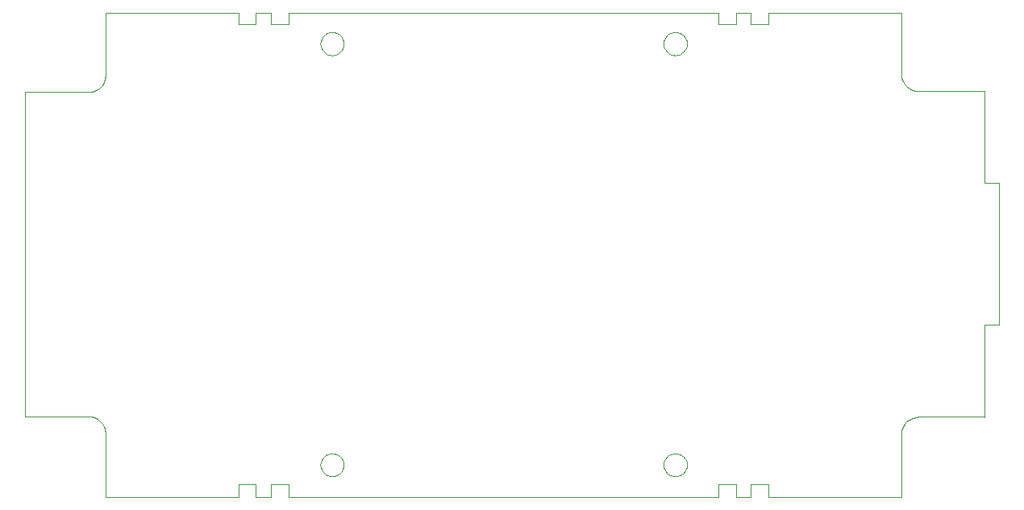
<source format=gbr>
%TF.GenerationSoftware,KiCad,Pcbnew,(2015-12-30 BZR 6409)-product*%
%TF.CreationDate,2016-01-04T10:30:51+01:00*%
%TF.ProjectId,gp8-clock,6770382D636C6F636B2E6B696361645F,rev?*%
%TF.FileFunction,Profile,NP*%
%FSLAX46Y46*%
G04 Gerber Fmt 4.6, Leading zero omitted, Abs format (unit mm)*
G04 Created by KiCad (PCBNEW (2015-12-30 BZR 6409)-product) date pon, 4 sty 2016, 10:30:51*
%MOMM*%
G01*
G04 APERTURE LIST*
%ADD10C,0.100000*%
G04 APERTURE END LIST*
D10*
X202300000Y-119500000D02*
X202300000Y-119600000D01*
X203800000Y-95000000D02*
X203800000Y-109900000D01*
X202300000Y-109900000D02*
X203800000Y-109900000D01*
X202300000Y-95000000D02*
X203800000Y-95000000D01*
X202300000Y-109900000D02*
X202300000Y-119500000D01*
X202300000Y-85400000D02*
X202300000Y-95000000D01*
X171003462Y-124626561D02*
X171003462Y-124626561D01*
X170978767Y-124381479D02*
X171003462Y-124626561D01*
X170907907Y-124153210D02*
X170978767Y-124381479D01*
X170795785Y-123946643D02*
X170907907Y-124153210D01*
X170647291Y-123766667D02*
X170795785Y-123946643D01*
X170467315Y-123618173D02*
X170647291Y-123766667D01*
X170260749Y-123506051D02*
X170467315Y-123618173D01*
X170032479Y-123435191D02*
X170260749Y-123506051D01*
X169787397Y-123410497D02*
X170032479Y-123435191D01*
X169542315Y-123435191D02*
X169787397Y-123410497D01*
X169314045Y-123506049D02*
X169542315Y-123435191D01*
X169107476Y-123618170D02*
X169314045Y-123506049D01*
X168927500Y-123766664D02*
X169107476Y-123618170D01*
X168779006Y-123946640D02*
X168927500Y-123766664D01*
X168666884Y-124153210D02*
X168779006Y-123946640D01*
X168596024Y-124381479D02*
X168666884Y-124153210D01*
X168571330Y-124626561D02*
X168596024Y-124381479D01*
X168596024Y-124871643D02*
X168571330Y-124626561D01*
X168666884Y-125099913D02*
X168596024Y-124871643D01*
X168779006Y-125306482D02*
X168666884Y-125099913D01*
X168927500Y-125486458D02*
X168779006Y-125306482D01*
X169107476Y-125634950D02*
X168927500Y-125486458D01*
X169314045Y-125747071D02*
X169107476Y-125634950D01*
X169542315Y-125817931D02*
X169314045Y-125747071D01*
X169787397Y-125842626D02*
X169542315Y-125817931D01*
X170032479Y-125817931D02*
X169787397Y-125842626D01*
X170260749Y-125747071D02*
X170032479Y-125817931D01*
X170467315Y-125634950D02*
X170260749Y-125747071D01*
X170647291Y-125486456D02*
X170467315Y-125634950D01*
X170795785Y-125306480D02*
X170647291Y-125486456D01*
X170907907Y-125099913D02*
X170795785Y-125306480D01*
X170978767Y-124871643D02*
X170907907Y-125099913D01*
X171003462Y-124626561D02*
X170978767Y-124871643D01*
X134969735Y-124626561D02*
X134969735Y-124626561D01*
X134945040Y-124381479D02*
X134969735Y-124626561D01*
X134874180Y-124153210D02*
X134945040Y-124381479D01*
X134762059Y-123946643D02*
X134874180Y-124153210D01*
X134613564Y-123766667D02*
X134762059Y-123946643D01*
X134433589Y-123618173D02*
X134613564Y-123766667D01*
X134227022Y-123506051D02*
X134433589Y-123618173D01*
X133998752Y-123435191D02*
X134227022Y-123506051D01*
X133753670Y-123410497D02*
X133998752Y-123435191D01*
X133508588Y-123435191D02*
X133753670Y-123410497D01*
X133280318Y-123506051D02*
X133508588Y-123435191D01*
X133073752Y-123618173D02*
X133280318Y-123506051D01*
X132893776Y-123766667D02*
X133073752Y-123618173D01*
X132745282Y-123946643D02*
X132893776Y-123766667D01*
X132633160Y-124153210D02*
X132745282Y-123946643D01*
X132562300Y-124381479D02*
X132633160Y-124153210D01*
X132537606Y-124626561D02*
X132562300Y-124381479D01*
X132562300Y-124871643D02*
X132537606Y-124626561D01*
X132633160Y-125099913D02*
X132562300Y-124871643D01*
X132745282Y-125306480D02*
X132633160Y-125099913D01*
X132893776Y-125486456D02*
X132745282Y-125306480D01*
X133073752Y-125634950D02*
X132893776Y-125486456D01*
X133280318Y-125747071D02*
X133073752Y-125634950D01*
X133508588Y-125817931D02*
X133280318Y-125747071D01*
X133753670Y-125842626D02*
X133508588Y-125817931D01*
X133998752Y-125817931D02*
X133753670Y-125842626D01*
X134227022Y-125747071D02*
X133998752Y-125817931D01*
X134433589Y-125634950D02*
X134227022Y-125747071D01*
X134613564Y-125486456D02*
X134433589Y-125634950D01*
X134762059Y-125306480D02*
X134613564Y-125486456D01*
X134874180Y-125099913D02*
X134762059Y-125306480D01*
X134945040Y-124871643D02*
X134874180Y-125099913D01*
X134969735Y-124626561D02*
X134945040Y-124871643D01*
X171003462Y-80378141D02*
X171003462Y-80378141D01*
X170978767Y-80133059D02*
X171003462Y-80378141D01*
X170907907Y-79904790D02*
X170978767Y-80133059D01*
X170795785Y-79698223D02*
X170907907Y-79904790D01*
X170647291Y-79518247D02*
X170795785Y-79698223D01*
X170467315Y-79369753D02*
X170647291Y-79518247D01*
X170260749Y-79257632D02*
X170467315Y-79369753D01*
X170032479Y-79186771D02*
X170260749Y-79257632D01*
X169787397Y-79162077D02*
X170032479Y-79186771D01*
X169542315Y-79186771D02*
X169787397Y-79162077D01*
X169314045Y-79257629D02*
X169542315Y-79186771D01*
X169107476Y-79369750D02*
X169314045Y-79257629D01*
X168927500Y-79518244D02*
X169107476Y-79369750D01*
X168779006Y-79698220D02*
X168927500Y-79518244D01*
X168666884Y-79904790D02*
X168779006Y-79698220D01*
X168596024Y-80133059D02*
X168666884Y-79904790D01*
X168571330Y-80378141D02*
X168596024Y-80133059D01*
X168596024Y-80623223D02*
X168571330Y-80378141D01*
X168666884Y-80851493D02*
X168596024Y-80623223D01*
X168779006Y-81058063D02*
X168666884Y-80851493D01*
X168927500Y-81238038D02*
X168779006Y-81058063D01*
X169107476Y-81386530D02*
X168927500Y-81238038D01*
X169314045Y-81498651D02*
X169107476Y-81386530D01*
X169542315Y-81569511D02*
X169314045Y-81498651D01*
X169787397Y-81594206D02*
X169542315Y-81569511D01*
X170032479Y-81569511D02*
X169787397Y-81594206D01*
X170260749Y-81498651D02*
X170032479Y-81569511D01*
X170467315Y-81386530D02*
X170260749Y-81498651D01*
X170647291Y-81238036D02*
X170467315Y-81386530D01*
X170795785Y-81058060D02*
X170647291Y-81238036D01*
X170907907Y-80851493D02*
X170795785Y-81058060D01*
X170978767Y-80623223D02*
X170907907Y-80851493D01*
X171003462Y-80378141D02*
X170978767Y-80623223D01*
X134969735Y-80378141D02*
X134969735Y-80378141D01*
X134945040Y-80133059D02*
X134969735Y-80378141D01*
X134874180Y-79904790D02*
X134945040Y-80133059D01*
X134762059Y-79698223D02*
X134874180Y-79904790D01*
X134613564Y-79518247D02*
X134762059Y-79698223D01*
X134433589Y-79369753D02*
X134613564Y-79518247D01*
X134227022Y-79257632D02*
X134433589Y-79369753D01*
X133998752Y-79186771D02*
X134227022Y-79257632D01*
X133753670Y-79162077D02*
X133998752Y-79186771D01*
X133508588Y-79186771D02*
X133753670Y-79162077D01*
X133280318Y-79257632D02*
X133508588Y-79186771D01*
X133073752Y-79369753D02*
X133280318Y-79257632D01*
X132893776Y-79518247D02*
X133073752Y-79369753D01*
X132745282Y-79698223D02*
X132893776Y-79518247D01*
X132633160Y-79904790D02*
X132745282Y-79698223D01*
X132562300Y-80133059D02*
X132633160Y-79904790D01*
X132537606Y-80378141D02*
X132562300Y-80133059D01*
X132562300Y-80623223D02*
X132537606Y-80378141D01*
X132633160Y-80851493D02*
X132562300Y-80623223D01*
X132745282Y-81058060D02*
X132633160Y-80851493D01*
X132893776Y-81238036D02*
X132745282Y-81058060D01*
X133073752Y-81386530D02*
X132893776Y-81238036D01*
X133280318Y-81498651D02*
X133073752Y-81386530D01*
X133508588Y-81569511D02*
X133280318Y-81498651D01*
X133753670Y-81594206D02*
X133508588Y-81569511D01*
X133998752Y-81569511D02*
X133753670Y-81594206D01*
X134227022Y-81498651D02*
X133998752Y-81569511D01*
X134433589Y-81386530D02*
X134227022Y-81498651D01*
X134613564Y-81238036D02*
X134433589Y-81386530D01*
X134762059Y-81058060D02*
X134613564Y-81238036D01*
X134874180Y-80851493D02*
X134762059Y-81058060D01*
X134945040Y-80623223D02*
X134874180Y-80851493D01*
X134969735Y-80378141D02*
X134945040Y-80623223D01*
X109965410Y-77101934D02*
X109965410Y-77101934D01*
X123937064Y-77101934D02*
X109965410Y-77101934D01*
X123937064Y-78319017D02*
X123937064Y-77101934D01*
X125757177Y-78319017D02*
X123937064Y-78319017D01*
X125757177Y-77101934D02*
X125757177Y-78319017D01*
X127338615Y-77101934D02*
X125757177Y-77101934D01*
X127338615Y-78319017D02*
X127338615Y-77101934D01*
X129159279Y-78319017D02*
X127338615Y-78319017D01*
X129159279Y-77101934D02*
X129159279Y-78319017D01*
X174342946Y-77101934D02*
X129159279Y-77101934D01*
X174342946Y-78319017D02*
X174342946Y-77101934D01*
X176163059Y-78319017D02*
X174342946Y-78319017D01*
X176163059Y-77101934D02*
X176163059Y-78319017D01*
X177744495Y-77101934D02*
X176163059Y-77101934D01*
X177744495Y-78319017D02*
X177744495Y-77101934D01*
X179565161Y-78319017D02*
X177744495Y-78319017D01*
X179565161Y-77101934D02*
X179565161Y-78319017D01*
X193523584Y-77101934D02*
X179565161Y-77101934D01*
X193523584Y-83658088D02*
X193523584Y-77101934D01*
X193562350Y-84004245D02*
X193523584Y-83658088D01*
X193673594Y-84326247D02*
X193562350Y-84004245D01*
X193849734Y-84617308D02*
X193673594Y-84326247D01*
X194083188Y-84870653D02*
X193849734Y-84617308D01*
X194366376Y-85079501D02*
X194083188Y-84870653D01*
X194691713Y-85237071D02*
X194366376Y-85079501D01*
X195051617Y-85336585D02*
X194691713Y-85237071D01*
X195438507Y-85371265D02*
X195051617Y-85336585D01*
X202242157Y-85371265D02*
X195438507Y-85371265D01*
X195438507Y-119590709D02*
X202242157Y-119590709D01*
X195051617Y-119625411D02*
X195438507Y-119590709D01*
X194691713Y-119724988D02*
X195051617Y-119625411D01*
X194366376Y-119882648D02*
X194691713Y-119724988D01*
X194083188Y-120091597D02*
X194366376Y-119882648D01*
X193849734Y-120345044D02*
X194083188Y-120091597D01*
X193673594Y-120636196D02*
X193849734Y-120345044D01*
X193562350Y-120958256D02*
X193673594Y-120636196D01*
X193523584Y-121304439D02*
X193562350Y-120958256D01*
X193523584Y-128050210D02*
X193523584Y-121304439D01*
X179565161Y-128050210D02*
X193523584Y-128050210D01*
X179565161Y-126688158D02*
X179565161Y-128050210D01*
X177744495Y-126688158D02*
X179565161Y-126688158D01*
X177744495Y-128050210D02*
X177744495Y-126688158D01*
X176163059Y-128050210D02*
X177744495Y-128050210D01*
X176163059Y-126688158D02*
X176163059Y-128050210D01*
X174342946Y-126688158D02*
X176163059Y-126688158D01*
X174342946Y-128050210D02*
X174342946Y-126688158D01*
X129159279Y-128050210D02*
X174342946Y-128050210D01*
X129159279Y-126688158D02*
X129159279Y-128050210D01*
X127338615Y-126688158D02*
X129159279Y-126688158D01*
X127338615Y-128050210D02*
X127338615Y-126688158D01*
X125757177Y-128050210D02*
X127338615Y-128050210D01*
X125757177Y-126688158D02*
X125757177Y-128050210D01*
X123937064Y-126688158D02*
X125757177Y-126688158D01*
X123937064Y-128050210D02*
X123937064Y-126688158D01*
X109965410Y-128050210D02*
X123937064Y-128050210D01*
X109965410Y-121253726D02*
X109965410Y-128050210D01*
X109926644Y-120907569D02*
X109965410Y-121253726D01*
X109815401Y-120585568D02*
X109926644Y-120907569D01*
X109639260Y-120294507D02*
X109815401Y-120585568D01*
X109405806Y-120041161D02*
X109639260Y-120294507D01*
X109122621Y-119832314D02*
X109405806Y-120041161D01*
X108797284Y-119674744D02*
X109122621Y-119832314D01*
X108437380Y-119575229D02*
X108797284Y-119674744D01*
X108050490Y-119540550D02*
X108437380Y-119575229D01*
X101495439Y-119540550D02*
X108050490Y-119540550D01*
X101495439Y-85472137D02*
X101495439Y-119540550D01*
X108050490Y-85472137D02*
X101495439Y-85472137D01*
X108437380Y-85437435D02*
X108050490Y-85472137D01*
X108797284Y-85337858D02*
X108437380Y-85437435D01*
X109122621Y-85180200D02*
X108797284Y-85337858D01*
X109405806Y-84971251D02*
X109122621Y-85180200D01*
X109639260Y-84717805D02*
X109405806Y-84971251D01*
X109815401Y-84426653D02*
X109639260Y-84717805D01*
X109926644Y-84104592D02*
X109815401Y-84426653D01*
X109965410Y-83758410D02*
X109926644Y-84104592D01*
X109965410Y-77101934D02*
X109965410Y-83758410D01*
M02*

</source>
